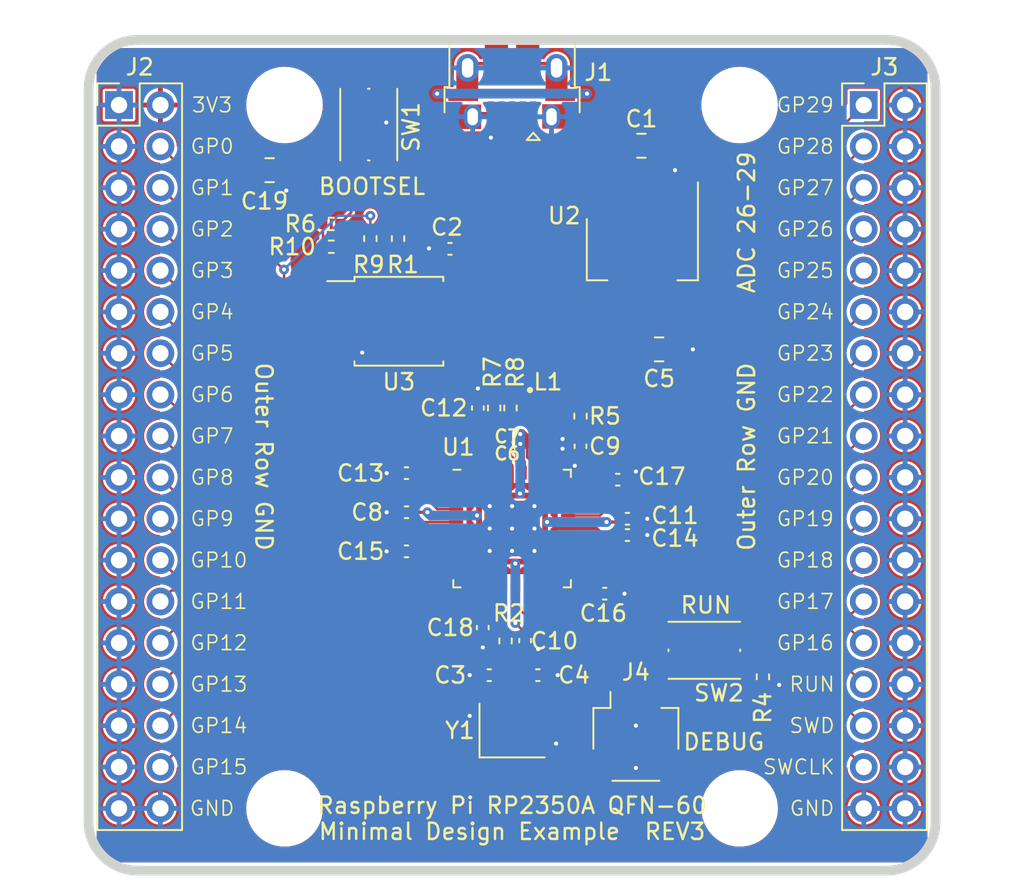
<source format=kicad_pcb>
(kicad_pcb (version 20221018) (generator pcbnew)
  (title_block (title "RP2350A QFN-60 Minimal Design Example") (date "2024-07-04") (rev "REV3") (company "Raspberry Pi Ltd"))
  (layers (0 "F.Cu" signal) (31 "B.Cu" signal) (34 "B.Paste" user) (35 "F.Paste" user) (36 "B.SilkS" user "B.Silkscreen") (37 "F.SilkS" user "F.Silkscreen") (38 "B.Mask" user) (39 "F.Mask" user) (44 "Edge.Cuts" user))
  (net 0 "")
  (net 1 "GND")
  (net 2 "VBUS")
  (net 3 "/XIN")
  (net 4 "/XOUT")
  (net 5 "+3V3")
  (net 6 "+1V1")
  (net 8 "/~{USB_BOOT}")
  (net 9 "/GPIO15")
  (net 10 "/GPIO14")
  (net 11 "/GPIO13")
  (net 12 "/GPIO12")
  (net 13 "/GPIO11")
  (net 14 "/GPIO10")
  (net 15 "/GPIO9")
  (net 16 "/GPIO8")
  (net 17 "/GPIO7")
  (net 18 "/GPIO6")
  (net 19 "/GPIO5")
  (net 20 "/GPIO4")
  (net 21 "/GPIO3")
  (net 22 "/GPIO2")
  (net 23 "/GPIO1")
  (net 24 "/GPIO0")
  (net 25 "/GPIO29_ADC3")
  (net 26 "/GPIO28_ADC2")
  (net 27 "/GPIO27_ADC1")
  (net 28 "/GPIO26_ADC0")
  (net 29 "/GPIO25")
  (net 30 "/GPIO24")
  (net 31 "/GPIO23")
  (net 32 "/GPIO22")
  (net 33 "/GPIO21")
  (net 34 "/GPIO20")
  (net 35 "/GPIO19")
  (net 36 "/GPIO18")
  (net 37 "/GPIO17")
  (net 38 "/GPIO16")
  (net 39 "/RUN")
  (net 40 "/SWD")
  (net 41 "/SWCLK")
  (net 42 "/QSPI_SS")
  (net 43 "/QSPI_SD3")
  (net 44 "/QSPI_SCLK")
  (net 45 "/QSPI_SD0")
  (net 46 "/QSPI_SD2")
  (net 47 "/QSPI_SD1")
  (net 48 "/USB_D+")
  (net 49 "/USB_D-")
  (net 50 "Net-(C4-Pad1)")
  (net 51 "/VREG_LX")
  (net 52 "Net-(R4-Pad1)")
  (net 53 "/VREG_AVDD")
  (net 54 "Net-(U1-USB_DP)")
  (net 55 "Net-(U1-USB_DM)")
  (net 56 "/FLASH_SS")
  (footprint "Capacitor_SMD:C_0805_2012Metric" (layer "F.Cu") (at 109.025 89)
    (fp_text reference "C5")
    (fp_text value "10u")
  )
  (footprint "Connector_USB:USB_Micro-B_Amphenol_10103594-0001LF_Horizontal" (layer "F.Cu") (at 99.975 72.835 180)
    (fp_text reference "J1")
    (fp_text value "USB_B_Micro")
  )
  (footprint "Connector_PinHeader_2.54mm:PinHeader_2x18_P2.54mm_Vertical" (layer "F.Cu") (at 75.87 74)
    (fp_text reference "J2")
    (fp_text value "Conn_02x18_Odd_Even")
  )
  (footprint "Capacitor_SMD:C_0402_1005Metric" (layer "F.Cu") (at 93.515 101.4 180)
    (fp_text reference "C15")
    (fp_text value "100n")
  )
  (footprint "Capacitor_SMD:C_0402_1005Metric" (layer "F.Cu") (at 96.185 82.83 180)
    (fp_text reference "C2")
    (fp_text value "100n")
  )
  (footprint "Resistor_SMD:R_0402_1005Metric" (layer "F.Cu") (at 93 82.2 -90)
    (fp_text reference "R1")
    (fp_text value "DNF")
  )
  (footprint "Connector_PinHeader_2.54mm:PinHeader_2x18_P2.54mm_Vertical" (layer "F.Cu") (at 121.59 74)
    (fp_text reference "J3")
    (fp_text value "Conn_02x18_Odd_Even")
  )
  (footprint "Package_TO_SOT_SMD:SOT-223-3_TabPin2" (layer "F.Cu") (at 108 82.85 -90)
    (fp_text reference "U2")
    (fp_text value "NCP1117-3.3_SOT223")
  )
  (footprint "Package_SO:SOIC-8_5.23x5.23mm_P1.27mm" (layer "F.Cu") (at 93.05 87.275)
    (fp_text reference "U3")
    (fp_text value "W25Q128JVS")
  )
  (footprint "Capacitor_SMD:C_0402_1005Metric" (layer "F.Cu") (at 97.9 92.6 90)
    (fp_text reference "C12")
    (fp_text value "100n")
  )
  (footprint "Capacitor_SMD:C_0402_1005Metric" (layer "F.Cu") (at 107.085 100.4)
    (fp_text reference "C14")
    (fp_text value "100n")
  )
  (footprint "Capacitor_SMD:C_0402_1005Metric" (layer "F.Cu") (at 105.685 104)
    (fp_text reference "C16")
    (fp_text value "100n")
  )
  (footprint "Resistor_SMD:R_0402_1005Metric" (layer "F.Cu") (at 98.9 92.6 -90)
    (fp_text reference "R7")
    (fp_text value "27")
  )
  (footprint "Capacitor_SMD:C_0805_2012Metric" (layer "F.Cu") (at 107.9375 76.5)
    (fp_text reference "C1")
    (fp_text value "10u")
  )
  (footprint "Capacitor_SMD:C_0402_1005Metric" (layer "F.Cu") (at 93.515 96.6 180)
    (fp_text reference "C13")
    (fp_text value "100n")
  )
  (footprint "MountingHole:MountingHole_2.7mm_M2.5" (layer "F.Cu") (at 113.97 74)
    (fp_text reference "H2" hide)
    (fp_text value "MountingHole")
  )
  (footprint "Resistor_SMD:R_0402_1005Metric" (layer "F.Cu") (at 99.9 92.6 -90)
    (fp_text reference "R8")
    (fp_text value "27")
  )
  (footprint "MountingHole:MountingHole_2.7mm_M2.5" (layer "F.Cu") (at 113.97 117.18)
    (fp_text reference "H3" hide)
    (fp_text value "MountingHole")
  )
  (footprint "Capacitor_SMD:C_0402_1005Metric" (layer "F.Cu") (at 106.485 97)
    (fp_text reference "C17")
    (fp_text value "100n")
  )
  (footprint "MountingHole:MountingHole_2.7mm_M2.5" (layer "F.Cu") (at 86.03 74)
    (fp_text reference "H1" hide)
    (fp_text value "MountingHole")
  )
  (footprint "MountingHole:MountingHole_2.7mm_M2.5" (layer "F.Cu") (at 86.03 117.18)
    (fp_text reference "H4" hide)
    (fp_text value "MountingHole")
  )
  (footprint "Capacitor_SMD:C_0805_2012Metric" (layer "F.Cu") (at 85.115 78)
    (fp_text reference "C19")
    (fp_text value "10u")
  )
  (footprint "RP2350_60QFN_minimal:C_0402_1005Metric_small_pads" (layer "F.Cu") (at 102 94.45)
    (fp_text reference "C7")
    (fp_text value "4.7u")
  )
  (footprint "RP2350_60QFN_minimal:L_pol_2016" (layer "F.Cu") (at 102 92.8)
    (fp_text reference "L1")
    (fp_text value "3.3u")
  )
  (footprint "Capacitor_SMD:C_0402_1005Metric" (layer "F.Cu") (at 104.2 94.95 -90)
    (fp_text reference "C9")
    (fp_text value "4.7u")
  )
  (footprint "Resistor_SMD:R_0402_1005Metric" (layer "F.Cu") (at 115.4 109.1 -90)
    (fp_text reference "R4")
    (fp_text value "1k")
  )
  (footprint "Button_Switch_SMD:SW_Push_1P1T_NO_Vertical_Wuerth_434133025816" (layer "F.Cu") (at 91.2 75.2 -90)
    (fp_text reference "SW1")
    (fp_text value "SW_Push")
  )
  (footprint "Connector_JST:JST_SH_SM03B-SRSS-TB_1x03-1MP_P1.00mm_Horizontal" (layer "F.Cu") (at 107.6 112.8)
    (fp_text reference "J4")
    (fp_text value "SM03B-SRSS-TB")
  )
  (footprint "Resistor_SMD:R_0402_1005Metric" (layer "F.Cu") (at 104.2 93.1 -90)
    (fp_text reference "R5")
    (fp_text value "33")
  )
  (footprint "Resistor_SMD:R_0402_1005Metric" (layer "F.Cu") (at 91.3 82.2 -90)
    (fp_text reference "R9")
    (fp_text value "DNF")
  )
  (footprint "Crystal:Crystal_SMD_3225-4Pin_3.2x2.5mm" (layer "F.Cu") (at 100 112.4)
    (fp_text reference "Y1")
    (fp_text value "ABM8-272-T3")
  )
  (footprint "Resistor_SMD:R_0402_1005Metric" (layer "F.Cu") (at 99.6 106.9 -90)
    (fp_text reference "R2")
    (fp_text value "1k")
  )
  (footprint "Capacitor_SMD:C_0402_1005Metric" (layer "F.Cu") (at 100.8 106.88 -90)
    (fp_text reference "C10")
    (fp_text value "4.7u")
  )
  (footprint "Capacitor_SMD:C_0402_1005Metric" (layer "F.Cu") (at 98.6 109 180)
    (fp_text reference "C3")
    (fp_text value "15p")
  )
  (footprint "RP2350_60QFN_minimal:RP2350-QFN-60-1EP_7x7_P0.4mm_EP3.4x3.4mm_ThermalVias" (layer "F.Cu") (at 100 100)
    (fp_text reference "U1")
    (fp_text value "RP2350_60QFN")
  )
  (footprint "Capacitor_SMD:C_0402_1005Metric" (layer "F.Cu") (at 93.52 99 180)
    (fp_text reference "C8")
    (fp_text value "100n")
  )
  (footprint "Resistor_SMD:R_0402_1005Metric" (layer "F.Cu") (at 88.9 82.7)
    (fp_text reference "R10")
    (fp_text value "0")
  )
  (footprint "Resistor_SMD:R_0402_1005Metric" (layer "F.Cu") (at 88.9 81.3)
    (fp_text reference "R6")
    (fp_text value "1k")
  )
  (footprint "Capacitor_SMD:C_0402_1005Metric" (layer "F.Cu") (at 98.2 106.08 -90)
    (fp_text reference "C18")
    (fp_text value "100n")
  )
  (footprint "RP2350_60QFN_minimal:C_0402_1005Metric_small_pads" (layer "F.Cu") (at 102 95.4)
    (fp_text reference "C6")
    (fp_text value "4.7u")
  )
  (footprint "Button_Switch_SMD:SW_Push_1P1T_NO_Vertical_Wuerth_434133025816" (layer "F.Cu") (at 111.8 107.475 180)
    (fp_text reference "SW2")
    (fp_text value "SW_Push")
  )
  (footprint "Capacitor_SMD:C_0402_1005Metric" (layer "F.Cu") (at 107.08 99.4)
    (fp_text reference "C11")
    (fp_text value "100n")
  )
  (footprint "Capacitor_SMD:C_0402_1005Metric" (layer "F.Cu") (at 101.58 109)
    (fp_text reference "C4")
    (fp_text value "15p")
  )
  (gr_line (start 123 121) (end 77 121) (stroke (width 0.6)) (layer "Edge.Cuts"))
  (gr_line (start 126 73) (end 126 118) (stroke (width 0.6)) (layer "Edge.Cuts"))
  (gr_line (start 77 70) (end 123 70) (stroke (width 0.6)) (layer "Edge.Cuts"))
  (gr_line (start 74 118) (end 74 73) (stroke (width 0.6)) (layer "Edge.Cuts"))
  (gr_arc (start 123 70) (mid 125.12132 70.87868) (end 126 73) (stroke (width 0.6)) (layer "Edge.Cuts"))
  (gr_arc (start 74 73) (mid 74.87868 70.87868) (end 77 70) (stroke (width 0.6)) (layer "Edge.Cuts"))
  (gr_arc (start 77 121) (mid 74.87868 120.12132) (end 74 118) (stroke (width 0.6)) (layer "Edge.Cuts"))
  (gr_arc (start 126 118) (mid 125.12132 120.12132) (end 123 121) (stroke (width 0.6)) (layer "Edge.Cuts"))
  (gr_text "GP1" (at 81.585 79.08) (layer "F.SilkS") (effects (font (size 0.9 0.9) (thickness 0.1))))
  (gr_text "GP2" (at 81.585 81.62) (layer "F.SilkS") (effects (font (size 0.9 0.9) (thickness 0.1))))
  (gr_text "GP3" (at 81.585 84.16) (layer "F.SilkS") (effects (font (size 0.9 0.9) (thickness 0.1))))
  (gr_text "GP4" (at 81.585 86.7) (layer "F.SilkS") (effects (font (size 0.9 0.9) (thickness 0.1))))
  (gr_text "GP5" (at 81.585 89.24) (layer "F.SilkS") (effects (font (size 0.9 0.9) (thickness 0.1))))
  (gr_text "GP6" (at 81.585 91.78) (layer "F.SilkS") (effects (font (size 0.9 0.9) (thickness 0.1))))
  (gr_text "GP7" (at 81.585 94.32) (layer "F.SilkS") (effects (font (size 0.9 0.9) (thickness 0.1))))
  (gr_text "GP8" (at 81.585 96.86) (layer "F.SilkS") (effects (font (size 0.9 0.9) (thickness 0.1))))
  (gr_text "GP9" (at 81.585 99.4) (layer "F.SilkS") (effects (font (size 0.9 0.9) (thickness 0.1))))
  (gr_text "GP11" (at 82 104.48) (layer "F.SilkS") (effects (font (size 0.9 0.9) (thickness 0.1))))
  (gr_text "GP10" (at 82 101.94) (layer "F.SilkS") (effects (font (size 0.9 0.9) (thickness 0.1))))
  (gr_text "GP12" (at 82 107.02) (layer "F.SilkS") (effects (font (size 0.9 0.9) (thickness 0.1))))
  (gr_text "GP13" (at 82 109.56) (layer "F.SilkS") (effects (font (size 0.9 0.9) (thickness 0.1))))
  (gr_text "GP15" (at 82 114.64) (layer "F.SilkS") (effects (font (size 0.9 0.9) (thickness 0.1))))
  (gr_text "GP14" (at 82 112.1) (layer "F.SilkS") (effects (font (size 0.9 0.9) (thickness 0.1))))
  (gr_text "GP28" (at 118 76.54) (layer "F.SilkS") (effects (font (size 0.9 0.9) (thickness 0.1))))
  (gr_text "GP27" (at 118 79.08) (layer "F.SilkS") (effects (font (size 0.9 0.9) (thickness 0.1))))
  (gr_text "GP26" (at 118 81.62) (layer "F.SilkS") (effects (font (size 0.9 0.9) (thickness 0.1))))
  (gr_text "GP25" (at 118 84.16) (layer "F.SilkS") (effects (font (size 0.9 0.9) (thickness 0.1))))
  (gr_text "GP24" (at 118 86.7) (layer "F.SilkS") (effects (font (size 0.9 0.9) (thickness 0.1))))
  (gr_text "GP23" (at 118 89.24) (layer "F.SilkS") (effects (font (size 0.9 0.9) (thickness 0.1))))
  (gr_text "GP21" (at 118 94.32) (layer "F.SilkS") (effects (font (size 0.9 0.9) (thickness 0.1))))
  (gr_text "GP20" (at 118 96.86) (layer "F.SilkS") (effects (font (size 0.9 0.9) (thickness 0.1))))
  (gr_text "GP19" (at 118 99.4) (layer "F.SilkS") (effects (font (size 0.9 0.9) (thickness 0.1))))
  (gr_text "GP17" (at 118 104.48) (layer "F.SilkS") (effects (font (size 0.9 0.9) (thickness 0.1))))
  (gr_text "GP22" (at 118 91.78) (layer "F.SilkS") (effects (font (size 0.9 0.9) (thickness 0.1))))
  (gr_text "GP18" (at 118 101.94) (layer "F.SilkS") (effects (font (size 0.9 0.9) (thickness 0.1))))
  (gr_text "SWCLK" (at 117.6 114.64) (layer "F.SilkS") (effects (font (size 0.9 0.9) (thickness 0.1))))
  (gr_text "SWD" (at 118.415 112.1) (layer "F.SilkS") (effects (font (size 0.9 0.9) (thickness 0.1))))
  (gr_text "GP16" (at 118 107.02) (layer "F.SilkS") (effects (font (size 0.9 0.9) (thickness 0.1))))
  (gr_text "RUN" (at 118.415 109.56) (layer "F.SilkS") (effects (font (size 0.9 0.9) (thickness 0.1))))
  (gr_text "GND" (at 81.585 117.18) (layer "F.SilkS") (effects (font (size 0.9 0.9) (thickness 0.1))))
  (gr_text "GND" (at 118.415 117.18) (layer "F.SilkS") (effects (font (size 0.9 0.9) (thickness 0.1))))
  (gr_text "GP29" (at 118 74) (layer "F.SilkS") (effects (font (size 0.9 0.9) (thickness 0.1))))
  (gr_text "Outer Row GND" (at 84.76 95.59 270) (layer "F.SilkS") (effects (font (size 1 1))))
  (gr_text "Outer Row GND" (at 114.4 95.59 90) (layer "F.SilkS") (effects (font (size 1 1))))
  (gr_text "Raspberry Pi RP2350A QFN-60" (at 100 117) (layer "F.SilkS") (effects (font (size 1 1))))
  (gr_text "BOOTSEL" (at 91.4 79) (layer "F.SilkS") (effects (font (size 1 1))))
  (gr_text "Minimal Design Example  REV3" (at 100 118.6) (layer "F.SilkS") (effects (font (size 1 1))))
  (gr_text "ADC 26-29" (at 114.4 81.2 90) (layer "F.SilkS") (effects (font (size 1 1))))
  (gr_text "RUN" (at 111.9 104.7) (layer "F.SilkS") (effects (font (size 1 1))))
  (gr_text "3V3" (at 81.585 74) (layer "F.SilkS") (effects (font (size 0.9 0.9) (thickness 0.1))))
  (gr_text "DEBUG" (at 113 113.1) (layer "F.SilkS") (effects (font (size 1 1))))
  (gr_text "GP0" (at 81.585 76.54) (layer "F.SilkS") (effects (font (size 0.9 0.9) (thickness 0.1))))
  (segment (start 97.9 91.4) (end 97.9 92.12) (width 0.15) (layer "F.Cu") (net 1))
  (segment (start 110.3 79.7) (end 110.3 78.3) (width 0.2) (layer "F.Cu") (net 1))
  (segment (start 98.12 109) (end 97.4 109) (width 0.2) (layer "F.Cu") (net 1))
  (segment (start 108.3 99.4) (end 107.56 99.4) (width 0.15) (layer "F.Cu") (net 1))
  (segment (start 102.8 109) (end 102.08 109) (width 0.15) (layer "F.Cu") (net 1))
  (segment (start 94.9 82.8) (end 95.375 82.8) (width 0.2) (layer "F.Cu") (net 1))
  (segment (start 108.875 76.875) (end 110 78) (width 0.2) (layer "F.Cu") (net 1))
  (segment (start 107.1 97) (end 106.96 97) (width 0.15) (layer "F.Cu") (net 1))
  (segment (start 107.575 114.675) (end 107.6 114.7) (width 0.15) (layer "F.Cu") (net 1))
  (segment (start 97.78 74.525) (end 97.575 74.73) (width 0.2) (layer "F.Cu") (net 1))
  (segment (start 110.05 89) (end 111.1 89) (width 0.2) (layer "F.Cu") (net 1))
  (segment (start 100.96 71.45) (end 102.46 71.45) (width 0.2) (layer "F.Cu") (net 1))
  (segment (start 107.6 110.8) (end 107.6 112.1) (width 0.15) (layer "F.Cu") (net 1))
  (segment (start 109.9 114.675) (end 107.625 114.675) (width 0.15) (layer "F.Cu") (net 1))
  (segment (start 108.3 100.4) (end 107.57 100.4) (width 0.15) (layer "F.Cu") (net 1))
  (segment (start 93.04 99) (end 92.3 99) (width 0.2) (layer "F.Cu") (net 1))
  (segment (start 115.4 109.61) (end 116.39 109.61) (width 0.15) (layer "F.Cu") (net 1))
  (segment (start 95.375 82.8) (end 95.405 82.83) (width 0.2) (layer "F.Cu") (net 1))
  (segment (start 104.2 95.43) (end 104.2 95.8) (width 0.4) (layer "F.Cu") (net 1))
  (segment (start 92.275 75.075) (end 92.275 73.125) (width 0.15) (layer "F.Cu") (net 1))
  (segment (start 98.7 74.6) (end 98.7 76) (width 0.2) (layer "F.Cu") (net 1))
  (segment (start 92.275 77.275) (end 92.275 73.125) (width 0.15) (layer "F.Cu") (net 1))
  (segment (start 98.2 106.56) (end 98.2 107.3) (width 0.15) (layer "F.Cu") (net 1))
  (segment (start 97.54 71.45) (end 97.27 71.72) (width 0.2) (layer "F.Cu") (net 1))
  (segment (start 89.45 89.18) (end 90.78 89.18) (width 0.2) (layer "F.Cu") (net 1))
  (segment (start 107.625 114.675) (end 107.6 114.7) (width 0.15) (layer "F.Cu") (net 1))
  (segment (start 105.3 114.675) (end 107.575 114.675) (width 0.15) (layer "F.Cu") (net 1))
  (segment (start 102.46 71.45) (end 102.73 71.72) (width 0.2) (layer "F.Cu") (net 1))
  (segment (start 100.8 107.36) (end 101.56 107.36) (width 0.15) (layer "F.Cu") (net 1))
  (segment (start 98.7 74.525) (end 97.78 74.525) (width 0.2) (layer "F.Cu") (net 1))
  (segment (start 107.6 96.5) (end 107.1 97) (width 0.15) (layer "F.Cu") (net 1))
  (segment (start 101.56 107.36) (end 101.6 107.4) (width 0.15) (layer "F.Cu") (net 1))
  (segment (start 108.875 76.5) (end 108.875 76.875) (width 0.2) (layer "F.Cu") (net 1))
  (segment (start 104.2 95.8) (end 103.85 96.15) (width 0.4) (layer "F.Cu") (net 1))
  (segment (start 110.3 78.3) (end 110 78) (width 0.2) (layer "F.Cu") (net 1))
  (segment (start 95.405 82.83) (end 95.7 82.83) (width 0.2) (layer "F.Cu") (net 1))
  (segment (start 93.03 96.6) (end 92.3 96.6) (width 0.2) (layer "F.Cu") (net 1))
  (segment (start 93.03 101.4) (end 92.3 101.4) (width 0.2) (layer "F.Cu") (net 1))
  (segment (start 106.9 104) (end 106.17 104) (width 0.15) (layer "F.Cu") (net 1))
  (segment (start 90.78 89.18) (end 90.8 89.2) (width 0.2) (layer "F.Cu") (net 1))
  (segment (start 99.04 71.45) (end 97.54 71.45) (width 0.2) (layer "F.Cu") (net 1))
  (segment (start 86.14 78) (end 86.14 79.25) (width 0.15) (layer "F.Cu") (net 1))
  (segment (start 116.39 109.61) (end 116.4 109.6) (width 0.15) (layer "F.Cu") (net 1))
  (via (at 97.4 111.5) (size 0.6) (drill 0.25) (layers "F.Cu" "B.Cu") (net 1))
  (via (at 103.1 95.1) (size 0.6) (drill 0.25) (layers "F.Cu" "B.Cu") (net 1))
  (via (at 107.6 112.1) (size 0.6) (drill 0.25) (layers "F.Cu" "B.Cu") (net 1))
  (via (at 94.9 82.8) (size 0.6) (drill 0.25) (layers "F.Cu" "B.Cu") (net 1))
  (via (at 97.9 91.4) (size 0.6) (drill 0.25) (layers "F.Cu" "B.Cu") (net 1))
  (via (at 98.2 107.3) (size 0.6) (drill 0.25) (layers "F.Cu" "B.Cu") (net 1))
  (via (at 110 78) (size 0.6) (drill 0.25) (layers "F.Cu" "B.Cu") (net 1))
  (via (at 116.4 109.6) (size 0.6) (drill 0.25) (layers "F.Cu" "B.Cu") (net 1))
  (via (at 107.6 114.7) (size 0.6) (drill 0.25) (layers "F.Cu" "B.Cu") (net 1))
  (via (at 101.6 107.4) (size 0.6) (drill 0.25) (layers "F.Cu" "B.Cu") (net 1))
  (via (at 86.14 79.25) (size 0.6) (drill 0.25) (layers "F.Cu" "B.Cu") (net 1))
  (via (at 90.8 89.2) (size 0.6) (drill 0.25) (layers "F.Cu" "B.Cu") (net 1))
  (via (at 92.3 99) (size 0.6) (drill 0.25) (layers "F.Cu" "B.Cu") (net 1))
  (via (at 111.1 89) (size 0.6) (drill 0.25) (layers "F.Cu" "B.Cu") (net 1))
  (via (at 102.8 109) (size 0.6) (drill 0.25) (layers "F.Cu" "B.Cu") (net 1))
  (via (at 103.85 96.15) (size 0.6) (drill 0.25) (layers "F.Cu" "B.Cu") (net 1))
  (via (at 106.9 104) (size 0.6) (drill 0.25) (layers "F.Cu" "B.Cu") (net 1))
  (via (at 108.3 100.4) (size 0.6) (drill 0.25) (layers "F.Cu" "B.Cu") (net 1))
  (via (at 98.7 76) (size 0.6) (drill 0.25) (layers "F.Cu" "B.Cu") (net 1))
  (via (at 107.6 96.5) (size 0.6) (drill 0.25) (layers "F.Cu" "B.Cu") (net 1))
  (via (at 102.7 113.2) (size 0.6) (drill 0.25) (layers "F.Cu" "B.Cu") (net 1))
  (via (at 108.3 99.4) (size 0.6) (drill 0.25) (layers "F.Cu" "B.Cu") (net 1))
  (via (at 92.3 96.6) (size 0.6) (drill 0.25) (layers "F.Cu" "B.Cu") (net 1))
  (via (at 103.1 94.5) (size 0.6) (drill 0.25) (layers "F.Cu" "B.Cu") (net 1))
  (via (at 97.4 109) (size 0.6) (drill 0.25) (layers "F.Cu" "B.Cu") (net 1))
  (via (at 92.3 101.4) (size 0.6) (drill 0.25) (layers "F.Cu" "B.Cu") (net 1))
  (via (at 92.275 75.075) (size 0.6) (drill 0.25) (layers "F.Cu" "B.Cu") (net 1))
  (segment (start 101.3 75.5) (end 102.1 76.3) (width 0.4) (layer "F.Cu") (net 2))
  (segment (start 101.3 74.525) (end 101.3 75.5) (width 0.4) (layer "F.Cu") (net 2))
  (segment (start 99.2 105.4) (end 99 105.6) (width 0.15) (layer "F.Cu") (net 3))
  (segment (start 99.9 109.82) (end 99.9 112.3) (width 0.15) (layer "F.Cu") (net 3))
  (segment (start 98.95 113.25) (end 98.7 113.25) (width 0.15) (layer "F.Cu") (net 3))
  (segment (start 99.2 103.4375) (end 99.2 105.4) (width 0.15) (layer "F.Cu") (net 3))
  (segment (start 99 105.6) (end 99 108.92) (width 0.15) (layer "F.Cu") (net 3))
  (segment (start 99 108.92) (end 99.9 109.82) (width 0.15) (layer "F.Cu") (net 3))
  (segment (start 99.9 112.3) (end 98.95 113.25) (width 0.15) (layer "F.Cu") (net 3))
  (segment (start 99.6 103.4375) (end 99.6 106.4) (width 0.15) (layer "F.Cu") (net 4))
  (segment (start 98.2 105.6) (end 97.5 106.3) (width 0.2) (layer "F.Cu") (net 5))
  (segment (start 98.2 105.2) (end 98.2 105.6) (width 0.2) (layer "F.Cu") (net 5))
  (segment (start 106.005 97) (end 106.005 96.605) (width 0.15) (layer "F.Cu") (net 5))
  (segment (start 102.8 103.4375) (end 102.8 103.003554) (width 0.2) (layer "F.Cu") (net 5))
  (segment (start 105.2 104) (end 104.2 104) (width 0.2) (layer "F.Cu") (net 5))
  (segment (start 102.75 102.953554) (end 102.75 102.925736) (width 0.2) (layer "F.Cu") (net 5))
  (segment (start 96.65 85.37) (end 96.65 82.85) (width 0.2) (layer "F.Cu") (net 5))
  (segment (start 103.4375 100) (end 105.2 100) (width 0.2) (layer "F.Cu") (net 5))
  (segment (start 100 96.5625) (end 100 96.1) (width 0.15) (layer "F.Cu") (net 5))
  (segment (start 102.8 103.003554) (end 102.75 102.953554) (width 0.2) (layer "F.Cu") (net 5))
  (segment (start 103.4375 97.6) (end 104.6 97.6) (width 0.15) (layer "F.Cu") (net 5))
  (segment (start 97.9 94) (end 97.9 93.08) (width 0.15) (layer "F.Cu") (net 5))
  (segment (start 97.4 101.2) (end 94.2 101.2) (width 0.2) (layer "F.Cu") (net 5))
  (segment (start 99.6 96.5625) (end 99.6 95.7) (width 0.15) (layer "F.Cu") (net 5))
  (segment (start 96.65 82.85) (end 96.67 82.83) (width 0.2) (layer "F.Cu") (net 5))
  (segment (start 98.8 104.6) (end 98.2 105.2) (width 0.2) (layer "F.Cu") (net 5))
  (segment (start 104.2 104) (end 103.6375 103.4375) (width 0.2) (layer "F.Cu") (net 5))
  (segment (start 104.6 97.6) (end 105.2 97) (width 0.15) (layer "F.Cu") (net 5))
  (segment (start 94.2 101.2) (end 94 101.4) (width 0.2) (layer "F.Cu") (net 5))
  (segment (start 106.005 96.605) (end 106 96.6) (width 0.15) (layer "F.Cu") (net 5))
  (segment (start 100 97.3) (end 100 96.5625) (width 0.2) (layer "F.Cu") (net 5))
  (segment (start 99.6 96.5625) (end 99.6 97.3) (width 0.2) (layer "F.Cu") (net 5))
  (segment (start 103.4375 100) (end 102.6 100) (width 0.2) (layer "F.Cu") (net 5))
  (segment (start 102.75 102.925736) (end 102.424264 102.6) (width 0.2) (layer "F.Cu") (net 5))
  (segment (start 99.6 97.3) (end 100 97.3) (width 0.2) (layer "F.Cu") (net 5))
  (segment (start 99.6 95.7) (end 97.9 94) (width 0.15) (layer "F.Cu") (net 5))
  (segment (start 98.8 103.4375) (end 98.8 104.6) (width 0.2) (layer "F.Cu") (net 5))
  (segment (start 105.6 100.4) (end 106.6 100.4) (width 0.2) (layer "F.Cu") (net 5))
  (segment (start 105.2 97) (end 106 97) (width 0.15) (layer "F.Cu") (net 5))
  (segment (start 103.6375 103.4375) (end 102.8 103.4375) (width 0.2) (layer "F.Cu") (net 5))
  (segment (start 105.2 100) (end 105.6 100.4) (width 0.2) (layer "F.Cu") (net 5))
  (segment (start 100 96.1) (end 99.6 95.7) (width 0.15) (layer "F.Cu") (net 5))
  (segment (start 98.8 103.4375) (end 98.8 102.6) (width 0.2) (layer "F.Cu") (net 5))
  (via (at 95.4 73.3) (size 0.6) (drill 0.25) (layers "F.Cu" "B.Cu") (net 5))
  (via (at 104.6 73.3) (size 0.6) (drill 0.25) (layers "F.Cu" "B.Cu") (net 5))
  (segment (start 95.4 73.3) (end 104.6 73.3) (width 0.6) (layer "B.Cu") (net 5))
  (segment (start 100 103.4375) (end 100 105.1) (width 0.2) (layer "F.Cu") (net 6))
  (segment (start 101.175 95.875) (end 100.925 95.625) (width 0.15) (layer "F.Cu") (net 6))
  (segment (start 100.925 95.625) (end 100.925 94.875) (width 0.15) (layer "F.Cu") (net 6))
  (segment (start 105.8 99.6) (end 103.4375 99.6) (width 0.2) (layer "F.Cu") (net 6))
  (segment (start 105.8 99.6) (end 106.4 99.6) (width 0.2) (layer "F.Cu") (net 6))
  (segment (start 100.2 105.8) (end 100.8 106.4) (width 0.15) (layer "F.Cu") (net 6))
  (segment (start 100.2 105.3) (end 100.2 105.8) (width 0.2) (layer "F.Cu") (net 6))
  (segment (start 101.175 96.5375) (end 101.175 95.875) (width 0.15) (layer "F.Cu") (net 6))
  (segment (start 95 99.2) (end 94.8 99) (width 0.2) (layer "F.Cu") (net 6))
  (segment (start 106.4 99.6) (end 106.6 99.4) (width 0.2) (layer "F.Cu") (net 6))
  (segment (start 96.5625 99.2) (end 95 99.2) (width 0.2) (layer "F.Cu") (net 6))
  (segment (start 94 99) (end 94.8 99) (width 0.2) (layer "F.Cu") (net 6))
  (segment (start 101.2 96.5625) (end 101.175 96.5375) (width 0.15) (layer "F.Cu") (net 6))
  (segment (start 100 105.1) (end 100.2 105.3) (width 0.2) (layer "F.Cu") (net 6))
  (via (at 100.48777 97.8505) (size 0.6) (drill 0.25) (layers "F.Cu" "B.Cu") (net 6))
  (via (at 105.8 99.6) (size 0.6) (drill 0.25) (layers "F.Cu" "B.Cu") (net 6))
  (via (at 94.8 99) (size 0.6) (drill 0.25) (layers "F.Cu" "B.Cu") (net 6))
  (via (at 100.5 94.2) (size 0.6) (drill 0.25) (layers "F.Cu" "B.Cu") (net 6))
  (via (at 100.2 102.1495) (size 0.6) (drill 0.25) (layers "F.Cu" "B.Cu") (net 6))
  (via (at 97.8505 99.2) (size 0.6) (drill 0.25) (layers "F.Cu" "B.Cu") (net 6))
  (via (at 100.2 105.8) (size 0.6) (drill 0.25) (layers "F.Cu" "B.Cu") (net 6))
  (via (at 100.5 94.8) (size 0.6) (drill 0.25) (layers "F.Cu" "B.Cu") (net 6))
  (via (at 102.1495 99.6) (size 0.6) (drill 0.25) (layers "F.Cu" "B.Cu") (net 6))
  (segment (start 100.5 97.83827) (end 100.5 94.2) (width 0.6) (layer "B.Cu") (net 6))
  (segment (start 95 99.2) (end 94.8 99) (width 0.6) (layer "B.Cu") (net 6))
  (segment (start 100.2 102.1495) (end 100.2 105.8) (width 0.6) (layer "B.Cu") (net 6))
  (segment (start 100.48777 97.8505) (end 100.5 97.83827) (width 0.6) (layer "B.Cu") (net 6))
  (segment (start 97.8505 99.2) (end 95 99.2) (width 0.6) (layer "B.Cu") (net 6))
  (segment (start 105.8 99.6) (end 102.1495 99.6) (width 0.6) (layer "B.Cu") (net 6))
  (segment (start 90.125 77.25) (end 90.125 73.125) (width 0.15) (layer "F.Cu") (net 8))
  (segment (start 89.41 81.3) (end 90.125 80.585) (width 0.15) (layer "F.Cu") (net 8))
  (segment (start 90.125 80.585) (end 90.125 77.25) (width 0.15) (layer "F.Cu") (net 8))
  (segment (start 96.6 106.2) (end 86.85 106.2) (width 0.15) (layer "F.Cu") (net 9))
  (segment (start 86.85 106.2) (end 78.41 114.64) (width 0.15) (layer "F.Cu") (net 9))
  (segment (start 98.4 104.4) (end 96.6 106.2) (width 0.15) (layer "F.Cu") (net 9))
  (segment (start 98.4 103.4375) (end 98.4 104.4) (width 0.15) (layer "F.Cu") (net 9))
  (segment (start 84.91 105.6) (end 78.41 112.1) (width 0.15) (layer "F.Cu") (net 10))
  (segment (start 96.6 105.6) (end 84.91 105.6) (width 0.15) (layer "F.Cu") (net 10))
  (segment (start 98 103.4375) (end 98 104.2) (width 0.15) (layer "F.Cu") (net 10))
  (segment (start 98 104.2) (end 96.6 105.6) (width 0.15) (layer "F.Cu") (net 10))
  (segment (start 97.6 104.031954) (end 96.631954 105) (width 0.15) (layer "F.Cu") (net 11))
  (segment (start 82.97 105) (end 78.41 109.56) (width 0.15) (layer "F.Cu") (net 11))
  (segment (start 96.631954 105) (end 82.97 105) (width 0.15) (layer "F.Cu") (net 11))
  (segment (start 97.6 103.4375) (end 97.6 104.031954) (width 0.15) (layer "F.Cu") (net 11))
  (segment (start 97.2 103.8) (end 96.6 104.4) (width 0.15) (layer "F.Cu") (net 12))
  (segment (start 96.6 104.4) (end 81.03 104.4) (width 0.15) (layer "F.Cu") (net 12))
  (segment (start 97.2 103.4375) (end 97.2 103.8) (width 0.15) (layer "F.Cu") (net 12))
  (segment (start 81.03 104.4) (end 78.41 107.02) (width 0.15) (layer "F.Cu") (net 12))
  (segment (start 96.5625 102.8) (end 96 102.8) (width 0.15) (layer "F.Cu") (net 13))
  (segment (start 95 103.8) (end 79.09 103.8) (width 0.15) (layer "F.Cu") (net 13))
  (segment (start 96 102.8) (end 95 103.8) (width 0.15) (layer "F.Cu") (net 13))
  (segment (start 79.09 103.8) (end 78.41 104.48) (width 0.15) (layer "F.Cu") (net 13))
  (segment (start 95.6 102.4) (end 94.8 103.2) (width 0.15) (layer "F.Cu") (net 14))
  (segment (start 79.67 103.2) (end 78.41 101.94) (width 0.15) (layer "F.Cu") (net 14))
  (segment (start 96.5625 102.4) (end 95.6 102.4) (width 0.15) (layer "F.Cu") (net 14))
  (segment (start 94.8 103.2) (end 79.67 103.2) (width 0.15) (layer "F.Cu") (net 14))
  (segment (start 95.2 102) (end 94.6 102.6) (width 0.15) (layer "F.Cu") (net 15))
  (segment (start 81.61 102.6) (end 78.41 99.4) (width 0.15) (layer "F.Cu") (net 15))
  (segment (start 96.5625 102) (end 95.2 102) (width 0.15) (layer "F.Cu") (net 15))
  (segment (start 94.6 102.6) (end 81.61 102.6) (width 0.15) (layer "F.Cu") (net 15))
  (segment (start 83.55 102) (end 78.41 96.86) (width 0.15) (layer "F.Cu") (net 16))
  (segment (start 94.4 102) (end 83.55 102) (width 0.15) (layer "F.Cu") (net 16))
  (segment (start 96.5625 101.6) (end 94.8 101.6) (width 0.15) (layer "F.Cu") (net 16))
  (segment (start 94.8 101.6) (end 94.4 102) (width 0.15) (layer "F.Cu") (net 16))
  (segment (start 84.89 100.8) (end 78.41 94.32) (width 0.15) (layer "F.Cu") (net 17))
  (segment (start 96.5625 100.8) (end 84.89 100.8) (width 0.15) (layer "F.Cu") (net 17))
  (segment (start 96.5625 100.4) (end 87.215 100.4) (width 0.15) (layer "F.Cu") (net 18))
  (segment (start 87.215 100.4) (end 78.595 91.78) (width 0.15) (layer "F.Cu") (net 18))
  (segment (start 78.595 91.78) (end 78.41 91.78) (width 0.15) (layer "F.Cu") (net 18))
  (segment (start 88 100) (end 81 93) (width 0.15) (layer "F.Cu") (net 19))
  (segment (start 81 93) (end 81 91.83) (width 0.15) (layer "F.Cu") (net 19))
  (segment (start 96.5625 100) (end 88 100) (width 0.15) (layer "F.Cu") (net 19))
  (segment (start 81 91.83) (end 78.41 89.24) (width 0.15) (layer "F.Cu") (net 19))
  (segment (start 82 90.29) (end 78.41 86.7) (width 0.15) (layer "F.Cu") (net 20))
  (segment (start 96.5625 99.6) (end 88.8 99.6) (width 0.15) (layer "F.Cu") (net 20))
  (segment (start 88.8 99.6) (end 82 92.8) (width 0.15) (layer "F.Cu") (net 20))
  (segment (start 82 92.8) (end 82 90.29) (width 0.15) (layer "F.Cu") (net 20))
  (segment (start 88.8 98.4) (end 83 92.6) (width 0.15) (layer "F.Cu") (net 21))
  (segment (start 83 92.6) (end 83 88.7325) (width 0.15) (layer "F.Cu") (net 21))
  (segment (start 96.5625 98.8) (end 95.4 98.8) (width 0.15) (layer "F.Cu") (net 21))
  (segment (start 95.4 98.8) (end 95 98.4) (width 0.15) (layer "F.Cu") (net 21))
  (segment (start 83 88.7325) (end 78.4275 84.16) (width 0.15) (layer "F.Cu") (net 21))
  (segment (start 78.4275 84.16) (end 78.41 84.16) (width 0.15) (layer "F.Cu") (net 21))
  (segment (start 95 98.4) (end 88.8 98.4) (width 0.15) (layer "F.Cu") (net 21))
  (segment (start 96.5625 98.4) (end 95.621891 98.4) (width 0.15) (layer "F.Cu") (net 22))
  (segment (start 84 87.1925) (end 78.4275 81.62) (width 0.15) (layer "F.Cu") (net 22))
  (segment (start 89.6 98) (end 84 92.4) (width 0.15) (layer "F.Cu") (net 22))
  (segment (start 84 92.4) (end 84 87.1925) (width 0.15) (layer "F.Cu") (net 22))
  (segment (start 95.621891 98.4) (end 95.221891 98) (width 0.15) (layer "F.Cu") (net 22))
  (segment (start 95.221891 98) (end 89.6 98) (width 0.15) (layer "F.Cu") (net 22))
  (segment (start 78.4275 81.62) (end 78.41 81.62) (width 0.15) (layer "F.Cu") (net 22))
  (segment (start 85 92.2) (end 85 85.6525) (width 0.15) (layer "F.Cu") (net 23))
  (segment (start 78.4275 79.08) (end 78.41 79.08) (width 0.15) (layer "F.Cu") (net 23))
  (segment (start 90.4 97.6) (end 85 92.2) (width 0.15) (layer "F.Cu") (net 23))
  (segment (start 95.4 97.6) (end 90.4 97.6) (width 0.15) (layer "F.Cu") (net 23))
  (segment (start 95.8 98) (end 95.4 97.6) (width 0.15) (layer "F.Cu") (net 23))
  (segment (start 85 85.6525) (end 78.4275 79.08) (width 0.15) (layer "F.Cu") (net 23))
  (segment (start 96.5625 98) (end 95.8 98) (width 0.15) (layer "F.Cu") (net 23))
  (segment (start 96.5625 97.6) (end 96 97.6) (width 0.15) (layer "F.Cu") (net 24))
  (segment (start 91.3 81.69) (end 91.3 80.8) (width 0.15) (layer "F.Cu") (net 24))
  (segment (start 95.6 97.2) (end 91.2 97.2) (width 0.15) (layer "F.Cu") (net 24))
  (segment (start 91.2 97.2) (end 86 92) (width 0.15) (layer "F.Cu") (net 24))
  (segment (start 86 84.13) (end 78.41 76.54) (width 0.15) (layer "F.Cu") (net 24))
  (segment (start 86 92) (end 86 84.13) (width 0.15) (layer "F.Cu") (net 24))
  (segment (start 96 97.6) (end 95.6 97.2) (width 0.15) (layer "F.Cu") (net 24))
  (via (at 91.3 80.8) (size 0.6) (drill 0.25) (layers "F.Cu" "B.Cu") (net 24))
  (via (at 86 84.1) (size 0.6) (drill 0.25) (layers "F.Cu" "B.Cu") (net 24))
  (segment (start 89.3 80.8) (end 91.3 80.8) (width 0.15) (layer "B.Cu") (net 24))
  (segment (start 86 84.1) (end 89.3 80.8) (width 0.15) (layer "B.Cu") (net 24))
  (segment (start 105.2 97.6) (end 107.4225 97.6) (width 0.15) (layer "F.Cu") (net 25))
  (segment (start 103.4375 98) (end 104.8 98) (width 0.15) (layer "F.Cu") (net 25))
  (segment (start 121.58125 74) (end 121.59 74) (width 0.15) (layer "F.Cu") (net 25))
  (segment (start 112.2 83.38125) (end 121.58125 74) (width 0.15) (layer "F.Cu") (net 25))
  (segment (start 112.2 92.8225) (end 112.2 83.38125) (width 0.15) (layer "F.Cu") (net 25))
  (segment (start 107.4225 97.6) (end 112.2 92.8225) (width 0.15) (layer "F.Cu") (net 25))
  (segment (start 104.8 98) (end 105.2 97.6) (width 0.15) (layer "F.Cu") (net 25))
  (segment (start 105.4 98) (end 108.2 98) (width 0.15) (layer "F.Cu") (net 26))
  (segment (start 103.4375 98.4) (end 105 98.4) (width 0.15) (layer "F.Cu") (net 26))
  (segment (start 113.2 93) (end 113.2 84.93) (width 0.15) (layer "F.Cu") (net 26))
  (segment (start 108.2 98) (end 113.2 93) (width 0.15) (layer "F.Cu") (net 26))
  (segment (start 105 98.4) (end 105.4 98) (width 0.15) (layer "F.Cu") (net 26))
  (segment (start 113.2 84.93) (end 121.59 76.54) (width 0.15) (layer "F.Cu") (net 26))
  (segment (start 108.9925 98.4) (end 114.2 93.1925) (width 0.15) (layer "F.Cu") (net 27))
  (segment (start 105.2 98.8) (end 105.6 98.4) (width 0.15) (layer "F.Cu") (net 27))
  (segment (start 103.4375 98.8) (end 105.2 98.8) (width 0.15) (layer "F.Cu") (net 27))
  (segment (start 114.2 93.1925) (end 114.2 86.47) (width 0.15) (layer "F.Cu") (net 27))
  (segment (start 114.2 86.47) (end 121.59 79.08) (width 0.15) (layer "F.Cu") (net 27))
  (segment (start 105.6 98.4) (end 108.9925 98.4) (width 0.15) (layer "F.Cu") (net 27))
  (segment (start 115.2 88.01) (end 121.59 81.62) (width 0.15) (layer "F.Cu") (net 28))
  (segment (start 115.2 93.4) (end 115.2 88.01) (width 0.15) (layer "F.Cu") (net 28))
  (segment (start 105.8 98.8) (end 109.8 98.8) (width 0.15) (layer "F.Cu") (net 28))
  (segment (start 103.4375 99.2) (end 105.4 99.2) (width 0.15) (layer "F.Cu") (net 28))
  (segment (start 109.8 98.8) (end 115.2 93.4) (width 0.15) (layer "F.Cu") (net 28))
  (segment (start 105.4 99.2) (end 105.8 98.8) (width 0.15) (layer "F.Cu") (net 28))
  (segment (start 105 100.4) (end 105.6 101) (width 0.15) (layer "F.Cu") (net 29))
  (segment (start 108.8 101) (end 116.2 93.6) (width 0.15) (layer "F.Cu") (net 29))
  (segment (start 103.4375 100.4) (end 105 100.4) (width 0.15) (layer "F.Cu") (net 29))
  (segment (start 116.2 93.6) (end 116.2 89.55) (width 0.15) (layer "F.Cu") (net 29))
  (segment (start 105.6 101) (end 108.8 101) (width 0.15) (layer "F.Cu") (net 29))
  (segment (start 116.2 89.55) (end 121.59 84.16) (width 0.15) (layer "F.Cu") (net 29))
  (segment (start 117.2 93.7975) (end 117.2 91.09) (width 0.15) (layer "F.Cu") (net 30))
  (segment (start 109.5975 101.4) (end 117.2 93.7975) (width 0.15) (layer "F.Cu") (net 30))
  (segment (start 103.4375 100.8) (end 104.8 100.8) (width 0.15) (layer "F.Cu") (net 30))
  (segment (start 105.4 101.4) (end 109.5975 101.4) (width 0.15) (layer "F.Cu") (net 30))
  (segment (start 117.2 91.09) (end 121.59 86.7) (width 0.15) (layer "F.Cu") (net 30))
  (segment (start 104.8 100.8) (end 105.4 101.4) (width 0.15) (layer "F.Cu") (net 30))
  (segment (start 104.6 101.2) (end 103.4375 101.2) (width 0.15) (layer "F.Cu") (net 31))
  (segment (start 118.2 92.63) (end 118.2 93.995781) (width 0.15) (layer "F.Cu") (net 31))
  (segment (start 118.2 93.995781) (end 110.395781 101.8) (width 0.15) (layer "F.Cu") (net 31))
  (segment (start 110.395781 101.8) (end 105.2 101.8) (width 0.15) (layer "F.Cu") (net 31))
  (segment (start 121.59 89.24) (end 118.2 92.63) (width 0.15) (layer "F.Cu") (net 31))
  (segment (start 105.2 101.8) (end 104.6 101.2) (width 0.15) (layer "F.Cu") (net 31))
  (segment (start 104.4 101.6) (end 105 102.2) (width 0.15) (layer "F.Cu") (net 32))
  (segment (start 103.4375 101.6) (end 104.4 101.6) (width 0.15) (layer "F.Cu") (net 32))
  (segment (start 111.185 102.2) (end 121.59 91.795) (width 0.15) (layer "F.Cu") (net 32))
  (segment (start 121.59 91.795) (end 121.59 91.78) (width 0.15) (layer "F.Cu") (net 32))
  (segment (start 105 102.2) (end 111.185 102.2) (width 0.15) (layer "F.Cu") (net 32))
  (segment (start 103.4375 102) (end 104.2 102) (width 0.15) (layer "F.Cu") (net 33))
  (segment (start 113.31 102.6) (end 121.59 94.32) (width 0.15) (layer "F.Cu") (net 33))
  (segment (start 104.8 102.6) (end 113.31 102.6) (width 0.15) (layer "F.Cu") (net 33))
  (segment (start 104.2 102) (end 104.8 102.6) (width 0.15) (layer "F.Cu") (net 33))
  (segment (start 103.95 102.4) (end 104.55 103) (width 0.15) (layer "F.Cu") (net 34))
  (segment (start 104.55 103) (end 115.45 103) (width 0.15) (layer "F.Cu") (net 34))
  (segment (start 103.4375 102.4) (end 103.95 102.4) (width 0.15) (layer "F.Cu") (net 34))
  (segment (start 115.45 103) (end 121.59 96.86) (width 0.15) (layer "F.Cu") (net 34))
  (segment (start 104.4 103.4) (end 117.59 103.4) (width 0.15) (layer "F.Cu") (net 35))
  (segment (start 103.8 102.8) (end 104.4 103.4) (width 0.15) (layer "F.Cu") (net 35))
  (segment (start 103.4375 102.8) (end 103.8 102.8) (width 0.15) (layer "F.Cu") (net 35))
  (segment (start 117.59 103.4) (end 121.59 99.4) (width 0.15) (layer "F.Cu") (net 35))
  (segment (start 102.4 103.9) (end 102.4 103.4375) (width 0.15) (layer "F.Cu") (net 36))
  (segment (start 103.1 104.6) (end 102.4 103.9) (width 0.15) (layer "F.Cu") (net 36))
  (segment (start 121.59 101.94) (end 118.93 104.6) (width 0.15) (layer "F.Cu") (net 36))
  (segment (start 118.93 104.6) (end 103.1 104.6) (width 0.15) (layer "F.Cu") (net 36))
  (segment (start 102 104.1) (end 103.1 105.2) (width 0.15) (layer "F.Cu") (net 37))
  (segment (start 120.87 105.2) (end 121.59 104.48) (width 0.15) (layer "F.Cu") (net 37))
  (segment (start 102 103.4375) (end 102 104.1) (width 0.15) (layer "F.Cu") (net 37))
  (segment (start 103.1 105.2) (end 120.87 105.2) (width 0.15) (layer "F.Cu") (net 37))
  (segment (start 120.37 105.8) (end 103.1 105.8) (width 0.15) (layer "F.Cu") (net 38))
  (segment (start 101.6 104.3) (end 101.6 103.4375) (width 0.15) (layer "F.Cu") (net 38))
  (segment (start 121.59 107.02) (end 120.37 105.8) (width 0.15) (layer "F.Cu") (net 38))
  (segment (start 103.1 105.8) (end 101.6 104.3) (width 0.15) (layer "F.Cu") (net 38))
  (segment (start 103.1 106.4) (end 101.2 104.5) (width 0.15) (layer "F.Cu") (net 39))
  (segment (start 101.2 104.5) (end 101.2 103.4375) (width 0.15) (layer "F.Cu") (net 39))
  (segment (start 118.43 106.4) (end 103.1 106.4) (width 0.15) (layer "F.Cu") (net 39))
  (segment (start 121.59 109.56) (end 118.43 106.4) (width 0.15) (layer "F.Cu") (net 39))
  (segment (start 120.29 110.8) (end 121.59 112.1) (width 0.15) (layer "F.Cu") (net 40))
  (segment (start 105.202665 107) (end 103.1 107) (width 0.15) (layer "F.Cu") (net 40))
  (segment (start 100.8 104.7) (end 100.8 103.4375) (width 0.15) (layer "F.Cu") (net 40))
  (segment (start 108.6 110.397335) (end 105.202665 107) (width 0.15) (layer "F.Cu") (net 40))
  (segment (start 103.1 107) (end 100.8 104.7) (width 0.15) (layer "F.Cu") (net 40))
  (segment (start 108.6 110.8) (end 108.6 110.397335) (width 0.15) (layer "F.Cu") (net 40))
  (segment (start 108.6 110.8) (end 120.29 110.8) (width 0.15) (layer "F.Cu") (net 40))
  (segment (start 107.3 112.9) (end 119.85 112.9) (width 0.15) (layer "F.Cu") (net 41))
  (segment (start 106.6 110.8) (end 106.6 110.3) (width 0.15) (layer "F.Cu") (net 41))
  (segment (start 106.6 110.8) (end 106.6 112.2) (width 0.15) (layer "F.Cu") (net 41))
  (segment (start 103.9 107.6) (end 103.1 107.6) (width 0.15) (layer "F.Cu") (net 41))
  (segment (start 106.6 110.3) (end 103.9 107.6) (width 0.15) (layer "F.Cu") (net 41))
  (segment (start 100.4 104.9) (end 100.4 103.4375) (width 0.15) (layer "F.Cu") (net 41))
  (segment (start 119.85 112.9) (end 121.59 114.64) (width 0.15) (layer "F.Cu") (net 41))
  (segment (start 106.6 112.2) (end 107.3 112.9) (width 0.15) (layer "F.Cu") (net 41))
  (segment (start 103.1 107.6) (end 100.4 104.9) (width 0.15) (layer "F.Cu") (net 41))
  (segment (start 97.2 96.3) (end 95.9 95) (width 0.15) (layer "F.Cu") (net 42))
  (segment (start 95.9 95) (end 92.6 95) (width 0.15) (layer "F.Cu") (net 42))
  (segment (start 87.6 90) (end 87.6 83.49) (width 0.15) (layer "F.Cu") (net 42))
  (segment (start 97.2 96.5625) (end 97.2 96.3) (width 0.15) (layer "F.Cu") (net 42))
  (segment (start 92.6 95) (end 87.6 90) (width 0.15) (layer "F.Cu") (net 42))
  (segment (start 87.6 83.49) (end 88.39 82.7) (width 0.15) (layer "F.Cu") (net 42))
  (segment (start 88.39 82.7) (end 88.39 81.3) (width 0.15) (layer "F.Cu") (net 42))
  (segment (start 96.8 91.5) (end 98.2 90.1) (width 0.15) (layer "F.Cu") (net 43))
  (segment (start 97.24 86.64) (end 96.65 86.64) (width 0.15) (layer "F.Cu") (net 43))
  (segment (start 99.2 96.5625) (end 99.2 95.8) (width 0.15) (layer "F.Cu") (net 43))
  (segment (start 99.2 95.8) (end 96.8 93.4) (width 0.15) (layer "F.Cu") (net 43))
  (segment (start 98.2 90.1) (end 98.2 87.6) (width 0.15) (layer "F.Cu") (net 43))
  (segment (start 96.8 93.4) (end 96.8 91.5) (width 0.15) (layer "F.Cu") (net 43))
  (segment (start 98.2 87.6) (end 97.24 86.64) (width 0.15) (layer "F.Cu") (net 43))
  (segment (start 98.8 96.5625) (end 98.8 95.9) (width 0.15) (layer "F.Cu") (net 44))
  (segment (start 97.8 88.5) (end 97.21 87.91) (width 0.15) (layer "F.Cu") (net 44))
  (segment (start 97.21 87.91) (end 96.65 87.91) (width 0.15) (layer "F.Cu") (net 44))
  (segment (start 97.8 89.8) (end 97.8 88.5) (width 0.15) (layer "F.Cu") (net 44))
  (segment (start 96.4 91.2) (end 97.8 89.8) (width 0.15) (layer "F.Cu") (net 44))
  (segment (start 96.4 93.5) (end 96.4 91.2) (width 0.15) (layer "F.Cu") (net 44))
  (segment (start 98.8 95.9) (end 96.4 93.5) (width 0.15) (layer "F.Cu") (net 44))
  (segment (start 96 89.83) (end 96.65 89.18) (width 0.15) (layer "F.Cu") (net 45))
  (segment (start 98.4 96) (end 96 93.6) (width 0.15) (layer "F.Cu") (net 45))
  (segment (start 96 93.6) (end 96 89.83) (width 0.15) (layer "F.Cu") (net 45))
  (segment (start 98.4 96.5625) (end 98.4 96) (width 0.15) (layer "F.Cu") (net 45))
  (segment (start 98 96.1) (end 91.6 89.7) (width 0.15) (layer "F.Cu") (net 46))
  (segment (start 98 96.5625) (end 98 96.1) (width 0.15) (layer "F.Cu") (net 46))
  (segment (start 91.6 89.7) (end 91.6 88.6) (width 0.15) (layer "F.Cu") (net 46))
  (segment (start 90.91 87.91) (end 89.45 87.91) (width 0.15) (layer "F.Cu") (net 46))
  (segment (start 91.6 88.6) (end 90.91 87.91) (width 0.15) (layer "F.Cu") (net 46))
  (segment (start 88.96 86.64) (end 89.45 86.64) (width 0.15) (layer "F.Cu") (net 47))
  (segment (start 88 87.6) (end 88.96 86.64) (width 0.15) (layer "F.Cu") (net 47))
  (segment (start 88 89.75) (end 88 87.6) (width 0.15) (layer "F.Cu") (net 47))
  (segment (start 96.063908 94.6) (end 92.85 94.6) (width 0.15) (layer "F.Cu") (net 47))
  (segment (start 97.6 96.5625) (end 97.6 96.136092) (width 0.15) (layer "F.Cu") (net 47))
  (segment (start 97.6 96.136092) (end 96.063908 94.6) (width 0.15) (layer "F.Cu") (net 47))
  (segment (start 92.85 94.6) (end 88 89.75) (width 0.15) (layer "F.Cu") (net 47))
  (segment (start 100 75.8) (end 99.725 76.075) (width 0.4) (layer "F.Cu") (net 48))
  (segment (start 99.725 86.875) (end 99.725 76.4) (width 0.8) (layer "F.Cu") (net 48))
  (segment (start 100 74.525) (end 100 75.8) (width 0.4) (layer "F.Cu") (net 48))
  (segment (start 98.925 92.095) (end 98.925 87.675) (width 0.8) (layer "F.Cu") (net 48))
  (segment (start 98.925 87.675) (end 99.725 86.875) (width 0.8) (layer "F.Cu") (net 48))
  (segment (start 99.725 76.075) (end 99.725 76.4) (width 0.4) (layer "F.Cu") (net 48))
  (segment (start 99.9 88.043502) (end 99.9 92.12) (width 0.8) (layer "F.Cu") (net 49))
  (segment (start 100.65 76.375) (end 100.675 76.4) (width 0.4) (layer "F.Cu") (net 49))
  (segment (start 100.675 87.268502) (end 99.9 88.043502) (width 0.8) (layer "F.Cu") (net 49))
  (segment (start 100.675 76.4) (end 100.675 87.268502) (width 0.8) (layer "F.Cu") (net 49))
  (segment (start 100.65 74.525) (end 100.65 76.375) (width 0.4) (layer "F.Cu") (net 49))
  (segment (start 100.4 109.5125) (end 100.4 111.05) (width 0.15) (layer "F.Cu") (net 50))
  (segment (start 100.9125 109) (end 100.4 109.5125) (width 0.15) (layer "F.Cu") (net 50))
  (segment (start 99.6 107.37) (end 99.6 107.49) (width 0.15) (layer "F.Cu") (net 50))
  (segment (start 101.11 109) (end 100.9125 109) (width 0.15) (layer "F.Cu") (net 50))
  (segment (start 99.6 107.49) (end 101.11 109) (width 0.15) (layer "F.Cu") (net 50))
  (segment (start 100.4 111.05) (end 100.9 111.55) (width 0.15) (layer "F.Cu") (net 50))
  (segment (start 113.875 108.55) (end 109.725 108.55) (width 0.15) (layer "F.Cu") (net 52))
  (segment (start 113.875 108.55) (end 115.36 108.55) (width 0.15) (layer "F.Cu") (net 52))
  (segment (start 115.36 108.55) (end 115.4 108.59) (width 0.15) (layer "F.Cu") (net 52))
  (segment (start 103.64 95.56) (end 103.64 95.03) (width 0.15) (layer "F.Cu") (net 53))
  (segment (start 104.2 94.47) (end 104.2 93.61) (width 0.2) (layer "F.Cu") (net 53))
  (segment (start 103.64 95.03) (end 104.2 94.47) (width 0.15) (layer "F.Cu") (net 53))
  (segment (start 102.8 96.4) (end 103.64 95.56) (width 0.15) (layer "F.Cu") (net 53))
  (segment (start 102.8 96.5625) (end 102.8 96.4) (width 0.2) (layer "F.Cu") (net 53))
  (segment (start 100.4 96) (end 100.4 96.5625) (width 0.15) (layer "F.Cu") (net 54))
  (segment (start 98.9 93.08) (end 98.9 94.5) (width 0.15) (layer "F.Cu") (net 54))
  (segment (start 98.9 94.5) (end 100.4 96) (width 0.15) (layer "F.Cu") (net 54))
  (segment (start 100.8 96.5625) (end 100.775 96.5375) (width 0.15) (layer "F.Cu") (net 55))
  (segment (start 100.775 96.5375) (end 100.775 95.899264) (width 0.15) (layer "F.Cu") (net 55))
  (segment (start 100.775 95.899264) (end 99.9 95.024264) (width 0.15) (layer "F.Cu") (net 55))
  (segment (start 99.9 95.024264) (end 99.9 93.08) (width 0.15) (layer "F.Cu") (net 55))
  (segment (start 89.45 85.37) (end 88.93 85.37) (width 0.15) (layer "F.Cu") (net 56))
  (segment (start 89.41 82.7) (end 89.41 85.33) (width 0.15) (layer "F.Cu") (net 56))
  (segment (start 91.3 82.71) (end 93 82.71) (width 0.15) (layer "F.Cu") (net 56))
  (segment (start 91.29 82.7) (end 91.3 82.71) (width 0.15) (layer "F.Cu") (net 56))
  (segment (start 89.41 82.7) (end 91.29 82.7) (width 0.15) (layer "F.Cu") (net 56))
  (segment (start 89.41 85.33) (end 89.45 85.37) (width 0.15) (layer "F.Cu") (net 56))
  (zone (net 2) (net_name "VBUS") (layer "F.Cu") (priority 2) (connect_pads (clearance 0.2)) (min_thickness 0.25) (fill yes (thermal_gap 0.508) (thermal_bridge_width 0.508))
    (polygon (pts (xy 108 78) (xy 106.1 78) (xy 106.1 81.6) (xy 101.6 81.6) (xy 101.6 75.8) (xy 104.3 75.8) (xy 104.3 75) (xy 108 75)))
  )
  (zone (net 5) (net_name "+3V3") (layer "F.Cu") (priority 1) (connect_pads yes (clearance 0.15)) (min_thickness 0.15) (fill yes (thermal_gap 0.508) (thermal_bridge_width 0.508))
    (polygon (pts (xy 102.8 102.8) (xy 97.2 102.8) (xy 97.2 97.2) (xy 102.8 97.2)))
  )
  (zone (net 5) (net_name "+3V3") (layer "F.Cu") (connect_pads (clearance 0.15)) (min_thickness 0.15) (fill yes (thermal_gap 0.3) (thermal_bridge_width 0.3))
    (polygon (pts (xy 125.5 120.5) (xy 74.5 120.5) (xy 74.5 70.5) (xy 125.5 70.5)))
    (polygon (pts (xy 120.32 74) (xy 111.4 82.89) (xy 111.4 92.415) (xy 106.999649 96.8) (xy 105.1 96.8) (xy 104.5 97.4) (xy 102.9 97.4) (xy 102.8 97.5) (xy 102.8 97.8) (xy 92.8 97.8) (xy 86.4 91.4) (xy 86.4 83.2) (xy 79.8 76.6) (xy 78.41 76.6) (xy 78.41 114.64) (xy 79.68 114.64) (xy 87.32535 106.99465) (xy 96.599822 107.000178) (xy 98 105.6) (xy 98.2 105.6) (xy 98.2 108.4) (xy 114 108.4) (xy 120.32 114.64) (xy 121.59 114.64) (xy 121.59 74)))
    (polygon (pts (xy 98.8 76.2) (xy 98.8 85.2) (xy 89.4 85.2) (xy 89.4 82.6) (xy 88 82.6) (xy 87.2 83.4) (xy 87.2 90.4) (xy 92.2 95.4) (xy 95.6 95.4) (xy 97.4 97.2) (xy 102.7 97.2) (xy 103.75 96.15) (xy 103.75 91.15) (xy 101.6 91.15) (xy 101.6 76.2)))
  )
  (zone (net 1) (net_name "GND") (layer "F.Cu") (priority 1) (connect_pads (clearance 0.2)) (min_thickness 0.2) (fill yes (thermal_gap 0.3) (thermal_bridge_width 0.3))
    (polygon (pts (xy 97.2 108) (xy 102.8 108) (xy 103.2 108.4) (xy 103.2 114.7) (xy 96.8 114.7) (xy 96.8 108.4)))
  )
  (zone (net 5) (net_name "+3V3") (layer "F.Cu") (priority 7) (connect_pads yes (clearance 0.15)) (min_thickness 0.15) (fill yes (thermal_gap 0.5) (thermal_bridge_width 0.5))
    (polygon (pts (xy 101.5 97.3) (xy 101.5 95.95) (xy 101.25 95.7) (xy 101.25 95.15) (xy 101.7 95.15) (xy 101.7 97.3)))
  )
  (zone (net 1) (net_name "GND") (layer "F.Cu") (priority 4) (connect_pads yes (clearance 0.15)) (min_thickness 0.15) (fill yes (thermal_gap 0.5) (thermal_bridge_width 0.5))
    (polygon (pts (xy 102.3 96.85) (xy 102.3 95.15) (xy 102.45 95.15) (xy 102.45 94.7) (xy 102.3 94.7) (xy 102.3 94.2) (xy 103.1 94.2) (xy 103.4 94.5) (xy 103.4 95.25) (xy 102.5 96.15) (xy 102.5 96.85)))
  )
  (zone (net 6) (net_name "+1V1") (layer "F.Cu") (priority 3) (connect_pads (clearance 0.15)) (min_thickness 0.2) (fill yes (thermal_gap 0.3) (thermal_bridge_width 0.3))
    (polygon (pts (xy 102.2 102.2) (xy 97.8 102.2) (xy 97.8 97.8) (xy 102.2 97.8)))
  )
  (zone (net 51) (net_name "/VREG_LX") (layer "F.Cu") (priority 5) (connect_pads yes (clearance 0.15)) (min_thickness 0.15) (fill yes (thermal_gap 0.5) (thermal_bridge_width 0.5))
    (polygon (pts (xy 101.9 96.85) (xy 101.9 96.05) (xy 101.85 96) (xy 101.85 93.85) (xy 102.35 93.35) (xy 102.35 91.95) (xy 103.05 91.95) (xy 103.05 93.65) (xy 102.75 93.95) (xy 102.3 93.95) (xy 102.15 94.1) (xy 102.15 96) (xy 102.1 96.05) (xy 102.1 96.85)))
  )
  (zone (net 6) (net_name "+1V1") (layer "F.Cu") (priority 6) (connect_pads yes (clearance 0.15)) (min_thickness 0.15) (fill yes (thermal_gap 0.5) (thermal_bridge_width 0.5))
    (polygon (pts (xy 101.65 94.7) (xy 101.65 93.325) (xy 101.65 91.95) (xy 100.95 91.95) (xy 100.95 93.8) (xy 101.25 94.1) (xy 101.25 94.25) (xy 101.05 94.25) (xy 100.7 93.9) (xy 100.5 93.9) (xy 100.2 94.2) (xy 100.2 94.8) (xy 100.5 95.1) (xy 101 95.1) (xy 101 94.9) (xy 101.55 94.9) (xy 101.55 94.7)))
  )
  (zone (net 1) (net_name "GND") (layer "B.Cu") (connect_pads (clearance 0.2)) (min_thickness 0.2) (fill yes (thermal_gap 0.3) (thermal_bridge_width 0.3))
    (polygon (pts (xy 125.5 120.5) (xy 74.5 120.5) (xy 74.5 70.5) (xy 125.5 70.5)))
  )
)
</source>
